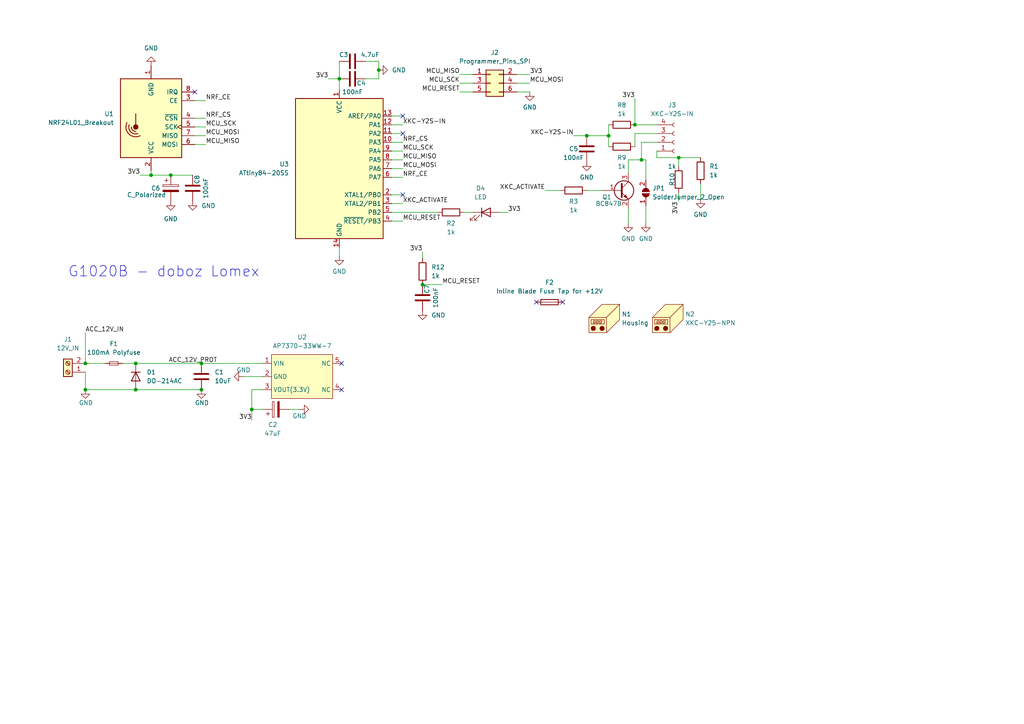
<source format=kicad_sch>
(kicad_sch (version 20211123) (generator eeschema)
  (paper "A4")
  (lib_symbols
    (symbol "Connector:Conn_01x04_Female" (pin_names (offset 1.016) hide)
      (property "Reference" "J" (at 0 5.08 0))
      (property "Value" "Conn_01x04_Female" (at 0 -7.62 0))
      (symbol "Conn_01x04_Female_1_1"
        (arc (start 0 -4.572) (mid -0.508 -5.08) (end 0 -5.588) (stroke (width 0.1524)))
        (arc (start 0 -2.032) (mid -0.508 -2.54) (end 0 -3.048) (stroke (width 0.1524)))
        (polyline (pts (xy -1.27 -5.08) (xy -0.508 -5.08)) (stroke (width 0.1524)))
        (polyline (pts (xy -1.27 -2.54) (xy -0.508 -2.54)) (stroke (width 0.1524)))
        (polyline (pts (xy -1.27 0) (xy -0.508 0)) (stroke (width 0.1524)))
        (polyline (pts (xy -1.27 2.54) (xy -0.508 2.54)) (stroke (width 0.1524)))
        (arc (start 0 0.508) (mid -0.508 0) (end 0 -0.508) (stroke (width 0.1524)))
        (arc (start 0 3.048) (mid -0.508 2.54) (end 0 2.032) (stroke (width 0.1524)))
        (pin passive line (at -5.08 2.54 0) (length 3.81) (name "Pin_1") (number "1"))
        (pin passive line (at -5.08 0 0) (length 3.81) (name "Pin_2") (number "2"))
        (pin passive line (at -5.08 -2.54 0) (length 3.81) (name "Pin_3") (number "3"))
        (pin passive line (at -5.08 -5.08 0) (length 3.81) (name "Pin_4") (number "4"))
      )
    )
    (symbol "Connector:Screw_Terminal_01x02" (pin_names (offset 1.016) hide)
      (property "Reference" "J" (at 0 2.54 0))
      (property "Value" "Screw_Terminal_01x02" (at 0 -5.08 0))
      (symbol "Screw_Terminal_01x02_1_1"
        (rectangle (start -1.27 1.27) (end 1.27 -3.81) (stroke (width 0.254)) (fill (type background)))
        (circle (center 0 -2.54) (radius 0.635) (stroke (width 0.1524)))
        (polyline (pts (xy -0.5334 -2.2098) (xy 0.3302 -3.048)) (stroke (width 0.1524)))
        (polyline (pts (xy -0.5334 0.3302) (xy 0.3302 -0.508)) (stroke (width 0.1524)))
        (polyline (pts (xy -0.3556 -2.032) (xy 0.508 -2.8702)) (stroke (width 0.1524)))
        (polyline (pts (xy -0.3556 0.508) (xy 0.508 -0.3302)) (stroke (width 0.1524)))
        (circle (center 0 0) (radius 0.635) (stroke (width 0.1524)))
        (pin passive line (at -5.08 0 0) (length 3.81) (name "Pin_1") (number "1"))
        (pin passive line (at -5.08 -2.54 0) (length 3.81) (name "Pin_2") (number "2"))
      )
    )
    (symbol "Connector_Generic:Conn_02x03_Odd_Even" (pin_names (offset 1.016) hide)
      (property "Reference" "J" (at 1.27 5.08 0))
      (property "Value" "Conn_02x03_Odd_Even" (at 1.27 -5.08 0))
      (symbol "Conn_02x03_Odd_Even_1_1"
        (rectangle (start -1.27 -2.413) (end 0 -2.667) (stroke (width 0.1524)))
        (rectangle (start -1.27 0.127) (end 0 -0.127) (stroke (width 0.1524)))
        (rectangle (start -1.27 2.667) (end 0 2.413) (stroke (width 0.1524)))
        (rectangle (start -1.27 3.81) (end 3.81 -3.81) (stroke (width 0.254)) (fill (type background)))
        (rectangle (start 3.81 -2.413) (end 2.54 -2.667) (stroke (width 0.1524)))
        (rectangle (start 3.81 0.127) (end 2.54 -0.127) (stroke (width 0.1524)))
        (rectangle (start 3.81 2.667) (end 2.54 2.413) (stroke (width 0.1524)))
        (pin passive line (at -5.08 2.54 0) (length 3.81) (name "Pin_1") (number "1"))
        (pin passive line (at 7.62 2.54 180) (length 3.81) (name "Pin_2") (number "2"))
        (pin passive line (at -5.08 0 0) (length 3.81) (name "Pin_3") (number "3"))
        (pin passive line (at 7.62 0 180) (length 3.81) (name "Pin_4") (number "4"))
        (pin passive line (at -5.08 -2.54 0) (length 3.81) (name "Pin_5") (number "5"))
        (pin passive line (at 7.62 -2.54 180) (length 3.81) (name "Pin_6") (number "6"))
      )
    )
    (symbol "Device:C" (pin_numbers hide) (pin_names (offset 0.254))
      (property "Reference" "C" (at 0.635 2.54 0))
      (property "Value" "C" (at 0.635 -2.54 0))
      (symbol "C_0_1"
        (polyline (pts (xy -2.032 -0.762) (xy 2.032 -0.762)) (stroke (width 0.508)))
        (polyline (pts (xy -2.032 0.762) (xy 2.032 0.762)) (stroke (width 0.508)))
      )
      (symbol "C_1_1"
        (pin passive line (at 0 3.81 270) (length 2.794) (name "~") (number "1"))
        (pin passive line (at 0 -3.81 90) (length 2.794) (name "~") (number "2"))
      )
    )
    (symbol "Device:C_Polarized" (pin_numbers hide) (pin_names (offset 0.254))
      (property "Reference" "C" (at 0.635 2.54 0))
      (property "Value" "C_Polarized" (at 0.635 -2.54 0))
      (symbol "C_Polarized_0_1"
        (rectangle (start -2.286 0.508) (end 2.286 1.016))
        (polyline (pts (xy -1.778 2.286) (xy -0.762 2.286)))
        (polyline (pts (xy -1.27 2.794) (xy -1.27 1.778)))
        (rectangle (start 2.286 -0.508) (end -2.286 -1.016) (fill (type outline)))
      )
      (symbol "C_Polarized_1_1"
        (pin passive line (at 0 3.81 270) (length 2.794) (name "~") (number "1"))
        (pin passive line (at 0 -3.81 90) (length 2.794) (name "~") (number "2"))
      )
    )
    (symbol "Device:D" (pin_numbers hide) (pin_names (offset 1.016) hide)
      (property "Reference" "D" (at 0 2.54 0))
      (property "Value" "D" (at 0 -2.54 0))
      (symbol "D_0_1"
        (polyline (pts (xy -1.27 1.27) (xy -1.27 -1.27)) (stroke (width 0.254)))
        (polyline (pts (xy 1.27 0) (xy -1.27 0)))
        (polyline (pts (xy 1.27 1.27) (xy 1.27 -1.27) (xy -1.27 0) (xy 1.27 1.27)) (stroke (width 0.254)))
      )
      (symbol "D_1_1"
        (pin passive line (at -3.81 0 0) (length 2.54) (name "K") (number "1"))
        (pin passive line (at 3.81 0 180) (length 2.54) (name "A") (number "2"))
      )
    )
    (symbol "Device:Fuse" (pin_numbers hide) (pin_names (offset 0))
      (property "Reference" "F" (at 2.032 0 90))
      (property "Value" "Fuse" (at -1.905 0 90))
      (symbol "Fuse_0_1"
        (rectangle (start -0.762 -2.54) (end 0.762 2.54) (stroke (width 0.254)))
        (polyline (pts (xy 0 2.54) (xy 0 -2.54)))
      )
      (symbol "Fuse_1_1"
        (pin passive line (at 0 3.81 270) (length 1.27) (name "~") (number "1"))
        (pin passive line (at 0 -3.81 90) (length 1.27) (name "~") (number "2"))
      )
    )
    (symbol "Device:Fuse_Small" (pin_numbers hide) (pin_names (offset 0.254) hide)
      (property "Reference" "F" (at 0 -1.524 0))
      (property "Value" "Fuse_Small" (at 0 1.524 0))
      (symbol "Fuse_Small_0_1"
        (rectangle (start -1.27 0.508) (end 1.27 -0.508))
        (polyline (pts (xy -1.27 0) (xy 1.27 0)))
      )
      (symbol "Fuse_Small_1_1"
        (pin passive line (at -2.54 0 0) (length 1.27) (name "~") (number "1"))
        (pin passive line (at 2.54 0 180) (length 1.27) (name "~") (number "2"))
      )
    )
    (symbol "Device:LED" (pin_numbers hide) (pin_names (offset 1.016) hide)
      (property "Reference" "D" (at 0 2.54 0))
      (property "Value" "LED" (at 0 -2.54 0))
      (symbol "LED_0_1"
        (polyline (pts (xy -1.27 -1.27) (xy -1.27 1.27)) (stroke (width 0.254)))
        (polyline (pts (xy -1.27 0) (xy 1.27 0)))
        (polyline (pts (xy 1.27 -1.27) (xy 1.27 1.27) (xy -1.27 0) (xy 1.27 -1.27)) (stroke (width 0.254)))
        (polyline (pts (xy -3.048 -0.762) (xy -4.572 -2.286) (xy -3.81 -2.286) (xy -4.572 -2.286) (xy -4.572 -1.524)))
        (polyline (pts (xy -1.778 -0.762) (xy -3.302 -2.286) (xy -2.54 -2.286) (xy -3.302 -2.286) (xy -3.302 -1.524)))
      )
      (symbol "LED_1_1"
        (pin passive line (at -3.81 0 0) (length 2.54) (name "K") (number "1"))
        (pin passive line (at 3.81 0 180) (length 2.54) (name "A") (number "2"))
      )
    )
    (symbol "Device:Q_NPN_BEC" (pin_names (offset 0) hide)
      (property "Reference" "Q" (at 5.08 1.27 0))
      (property "Value" "Q_NPN_BEC" (at 5.08 -1.27 0))
      (symbol "Q_NPN_BEC_0_1"
        (polyline (pts (xy 0.635 0.635) (xy 2.54 2.54)))
        (polyline (pts (xy 0.635 -0.635) (xy 2.54 -2.54) (xy 2.54 -2.54)))
        (polyline (pts (xy 0.635 1.905) (xy 0.635 -1.905) (xy 0.635 -1.905)) (stroke (width 0.508)))
        (polyline (pts (xy 1.27 -1.778) (xy 1.778 -1.27) (xy 2.286 -2.286) (xy 1.27 -1.778) (xy 1.27 -1.778)) (fill (type outline)))
        (circle (center 1.27 0) (radius 2.8194) (stroke (width 0.254)))
      )
      (symbol "Q_NPN_BEC_1_1"
        (pin input line (at -5.08 0 0) (length 5.715) (name "B") (number "1"))
        (pin passive line (at 2.54 -5.08 90) (length 2.54) (name "E") (number "2"))
        (pin passive line (at 2.54 5.08 270) (length 2.54) (name "C") (number "3"))
      )
    )
    (symbol "Device:R" (pin_numbers hide) (pin_names (offset 0))
      (property "Reference" "R" (at 2.032 0 90))
      (property "Value" "R" (at 0 0 90))
      (symbol "R_0_1"
        (rectangle (start -1.016 -2.54) (end 1.016 2.54) (stroke (width 0.254)))
      )
      (symbol "R_1_1"
        (pin passive line (at 0 3.81 270) (length 1.27) (name "~") (number "1"))
        (pin passive line (at 0 -3.81 90) (length 1.27) (name "~") (number "2"))
      )
    )
    (symbol "Jumper:SolderJumper_2_Open" (pin_names (offset 0) hide)
      (property "Reference" "JP" (at 0 2.032 0))
      (property "Value" "SolderJumper_2_Open" (at 0 -2.54 0))
      (symbol "SolderJumper_2_Open_0_1"
        (arc (start -0.254 1.016) (mid -1.27 0) (end -0.254 -1.016))
        (arc (start -0.254 1.016) (mid -1.27 0) (end -0.254 -1.016) (fill (type outline)))
        (polyline (pts (xy -0.254 1.016) (xy -0.254 -1.016)))
        (polyline (pts (xy 0.254 1.016) (xy 0.254 -1.016)))
        (arc (start 0.254 -1.016) (mid 1.27 0) (end 0.254 1.016))
        (arc (start 0.254 -1.016) (mid 1.27 0) (end 0.254 1.016) (fill (type outline)))
      )
      (symbol "SolderJumper_2_Open_1_1"
        (pin passive line (at -3.81 0 0) (length 2.54) (name "A") (number "1"))
        (pin passive line (at 3.81 0 180) (length 2.54) (name "B") (number "2"))
      )
    )
    (symbol "MCU_Microchip_ATtiny:ATtiny84-20SS"
      (property "Reference" "U" (at -12.7 21.59 0))
      (property "Value" "ATtiny84-20SS" (at 2.54 -21.59 0))
      (symbol "ATtiny84-20SS_0_1"
        (rectangle (start -12.7 -20.32) (end 12.7 20.32) (stroke (width 0.254)) (fill (type background)))
      )
      (symbol "ATtiny84-20SS_1_1"
        (pin power_in line (at 0 22.86 270) (length 2.54) (name "VCC") (number "1"))
        (pin bidirectional line (at 15.24 7.62 180) (length 2.54) (name "PA3") (number "10"))
        (pin bidirectional line (at 15.24 10.16 180) (length 2.54) (name "PA2") (number "11"))
        (pin bidirectional line (at 15.24 12.7 180) (length 2.54) (name "PA1") (number "12"))
        (pin bidirectional line (at 15.24 15.24 180) (length 2.54) (name "AREF/PA0") (number "13"))
        (pin power_in line (at 0 -22.86 90) (length 2.54) (name "GND") (number "14"))
        (pin bidirectional line (at 15.24 -7.62 180) (length 2.54) (name "XTAL1/PB0") (number "2"))
        (pin bidirectional line (at 15.24 -10.16 180) (length 2.54) (name "XTAL2/PB1") (number "3"))
        (pin bidirectional line (at 15.24 -15.24 180) (length 2.54) (name "~{RESET}/PB3") (number "4"))
        (pin bidirectional line (at 15.24 -12.7 180) (length 2.54) (name "PB2") (number "5"))
        (pin bidirectional line (at 15.24 -2.54 180) (length 2.54) (name "PA7") (number "6"))
        (pin bidirectional line (at 15.24 0 180) (length 2.54) (name "PA6") (number "7"))
        (pin bidirectional line (at 15.24 2.54 180) (length 2.54) (name "PA5") (number "8"))
        (pin bidirectional line (at 15.24 5.08 180) (length 2.54) (name "PA4") (number "9"))
      )
    )
    (symbol "Mechanical:Housing" (pin_names (offset 1.016))
      (property "Reference" "N" (at 3.81 0 0))
      (property "Value" "Housing" (at 3.81 -1.905 0))
      (symbol "Housing_0_1"
        (rectangle (start -5.08 -0.635) (end -1.27 -1.905))
        (circle (center -4.445 -3.175) (radius 0.635) (fill (type outline)))
        (circle (center -1.905 -3.175) (radius 0.635) (fill (type outline)))
        (polyline (pts (xy -4.5212 -1.5748) (xy -4.4704 -1.3716)))
        (polyline (pts (xy -4.4196 -1.6764) (xy -4.064 -1.6764)))
        (polyline (pts (xy -4.4196 -1.2192) (xy -4.3688 -0.9652)))
        (polyline (pts (xy -4.318 -1.3208) (xy -4.0132 -1.3208)))
        (polyline (pts (xy -4.2164 -0.9144) (xy -3.9116 -0.9144)))
        (polyline (pts (xy -3.9116 -1.6256) (xy -3.8608 -1.3716)))
        (polyline (pts (xy -3.81 -1.2192) (xy -3.7592 -0.9652)))
        (polyline (pts (xy -3.6068 -1.5748) (xy -3.556 -1.3716)))
        (polyline (pts (xy -3.5052 -1.6764) (xy -3.1496 -1.6764)))
        (polyline (pts (xy -3.5052 -1.2192) (xy -3.4544 -0.9652)))
        (polyline (pts (xy -3.4036 -1.3208) (xy -3.0988 -1.3208)))
        (polyline (pts (xy -3.302 -0.9144) (xy -2.9972 -0.9144)))
        (polyline (pts (xy -2.9972 -1.6256) (xy -2.9464 -1.3716)))
        (polyline (pts (xy -2.8956 -1.2192) (xy -2.8448 -0.9652)))
        (polyline (pts (xy -2.6924 -1.5748) (xy -2.6416 -1.3716)))
        (polyline (pts (xy -2.5908 -1.6764) (xy -2.2352 -1.6764)))
        (polyline (pts (xy -2.5908 -1.2192) (xy -2.54 -0.9652)))
        (polyline (pts (xy -2.4892 -1.3208) (xy -2.1844 -1.3208)))
        (polyline (pts (xy -2.3876 -0.9144) (xy -2.0828 -0.9144)))
        (polyline (pts (xy -2.0828 -1.6256) (xy -2.032 -1.3716)))
        (polyline (pts (xy -1.9812 -1.2192) (xy -1.9304 -0.9652)))
        (polyline (pts (xy -0.635 0) (xy -0.635 -4.445)))
        (polyline (pts (xy -5.715 0) (xy -0.635 0) (xy 3.175 3.81)))
        (polyline (pts (xy -5.715 0) (xy -5.715 -4.445) (xy -0.635 -4.445) (xy 3.175 -0.635) (xy 3.175 3.81) (xy -1.905 3.81) (xy -5.715 0)) (fill (type background)))
      )
    )
    (symbol "RF:NRF24L01_Breakout" (pin_names (offset 1.016))
      (property "Reference" "U" (at -8.89 12.7 0))
      (property "Value" "NRF24L01_Breakout" (at 3.81 12.7 0))
      (symbol "NRF24L01_Breakout_0_1"
        (rectangle (start -8.89 11.43) (end 8.89 -11.43) (stroke (width 0.254)) (fill (type background)))
        (polyline (pts (xy 4.445 1.905) (xy 4.445 -1.27)) (stroke (width 0.254)))
        (circle (center 4.445 2.54) (radius 0.635) (stroke (width 0.254)) (fill (type outline)))
        (arc (start 5.715 2.54) (mid 5.3559 3.4509) (end 4.445 3.81) (stroke (width 0.254)))
        (arc (start 6.35 1.905) (mid 5.8833 3.9783) (end 3.81 4.445) (stroke (width 0.254)))
        (arc (start 6.985 1.27) (mid 6.453 4.548) (end 3.175 5.08) (stroke (width 0.254)))
      )
      (symbol "NRF24L01_Breakout_1_1"
        (pin power_in line (at 0 -15.24 90) (length 3.81) (name "GND") (number "1"))
        (pin power_in line (at 0 15.24 270) (length 3.81) (name "VCC") (number "2"))
        (pin input line (at -12.7 -5.08 0) (length 3.81) (name "CE") (number "3"))
        (pin input line (at -12.7 0 0) (length 3.81) (name "~{CSN}") (number "4"))
        (pin input clock (at -12.7 2.54 0) (length 3.81) (name "SCK") (number "5"))
        (pin input line (at -12.7 7.62 0) (length 3.81) (name "MOSI") (number "6"))
        (pin output line (at -12.7 5.08 0) (length 3.81) (name "MISO") (number "7"))
        (pin output line (at -12.7 -7.62 0) (length 3.81) (name "IRQ") (number "8"))
      )
    )
    (symbol "mylib6:AP7370-33WW-7"
      (property "Reference" "U?" (at 0 11.43 0))
      (property "Value" "AP7370-33WW-7" (at 0 8.89 0))
      (symbol "AP7370-33WW-7_0_1"
        (rectangle (start -8.89 6.35) (end 8.89 -6.35) (fill (type background)))
      )
      (symbol "AP7370-33WW-7_1_1"
        (pin input line (at -11.43 3.81 0) (length 2.54) (name "VIN") (number "1"))
        (pin input line (at -11.43 0 0) (length 2.54) (name "GND") (number "2"))
        (pin output line (at -11.43 -3.81 0) (length 2.54) (name "VOUT(3.3V)") (number "3"))
        (pin input line (at 11.43 -3.81 180) (length 2.54) (name "NC") (number "4"))
        (pin input line (at 11.43 3.81 180) (length 2.54) (name "NC") (number "5"))
      )
    )
    (symbol "power:GND" (power) (pin_names (offset 0))
      (property "Value" "GND" (at 0 -3.81 0))
      (symbol "GND_0_1"
        (polyline (pts (xy 0 0) (xy 0 -1.27) (xy 1.27 -1.27) (xy 0 -2.54) (xy -1.27 -1.27) (xy 0 -1.27)))
      )
      (symbol "GND_1_1"
        (pin power_in line (at 0 0 270) (length 0) hide (name "GND") (number "1"))
      )
    )
  )
  (junction (at 186.055 46.355))
  (junction (at 109.855 20.32))
  (junction (at 24.765 105.41))
  (junction (at 39.37 113.03))
  (junction (at 58.42 113.03))
  (junction (at 196.85 45.72))
  (junction (at 43.815 50.8))
  (junction (at 24.765 113.03))
  (junction (at 184.15 36.195))
  (junction (at 58.42 105.41))
  (junction (at 170.18 39.37))
  (junction (at 49.53 50.8))
  (junction (at 176.53 39.37))
  (junction (at 122.555 82.55))
  (junction (at 73.025 118.745))
  (junction (at 39.37 105.41))
  (junction (at 98.425 22.86))
  (no_connect (at 116.84 56.515))
  (no_connect (at 56.515 26.67))
  (no_connect (at 116.84 38.735))
  (no_connect (at 155.575 87.63))
  (no_connect (at 163.195 87.63))
  (no_connect (at 116.84 33.655))
  (no_connect (at 99.06 113.03))
  (no_connect (at 99.06 105.41))
  (wire (pts (xy 56.515 29.21) (xy 59.69 29.21)))
  (wire (pts (xy 106.045 22.86) (xy 109.855 22.86)))
  (wire (pts (xy 113.665 41.275) (xy 116.84 41.275)))
  (wire (pts (xy 83.82 118.745) (xy 86.995 118.745)))
  (wire (pts (xy 190.5 41.275) (xy 186.055 41.275)))
  (wire (pts (xy 24.765 113.03) (xy 39.37 113.03)))
  (wire (pts (xy 24.765 96.52) (xy 24.765 105.41)))
  (wire (pts (xy 109.855 22.86) (xy 109.855 20.32)))
  (wire (pts (xy 170.18 39.37) (xy 176.53 39.37)))
  (wire (pts (xy 109.855 17.78) (xy 106.045 17.78)))
  (wire (pts (xy 196.85 55.88) (xy 196.85 58.42)))
  (wire (pts (xy 95.25 22.86) (xy 98.425 22.86)))
  (wire (pts (xy 149.86 26.67) (xy 153.67 26.67)))
  (wire (pts (xy 144.78 61.595) (xy 147.32 61.595)))
  (wire (pts (xy 73.025 118.745) (xy 73.025 121.92)))
  (wire (pts (xy 56.515 39.37) (xy 59.69 39.37)))
  (wire (pts (xy 186.055 46.355) (xy 186.055 41.275)))
  (wire (pts (xy 113.665 38.735) (xy 116.84 38.735)))
  (wire (pts (xy 43.815 50.8) (xy 40.64 50.8)))
  (wire (pts (xy 196.85 48.26) (xy 196.85 45.72)))
  (wire (pts (xy 190.5 38.735) (xy 184.15 38.735)))
  (wire (pts (xy 73.025 113.03) (xy 73.025 118.745)))
  (wire (pts (xy 149.86 21.59) (xy 153.67 21.59)))
  (wire (pts (xy 184.15 36.195) (xy 190.5 36.195)))
  (wire (pts (xy 24.765 107.95) (xy 24.765 113.03)))
  (wire (pts (xy 24.765 105.41) (xy 30.48 105.41)))
  (wire (pts (xy 113.665 56.515) (xy 116.84 56.515)))
  (wire (pts (xy 43.815 50.8) (xy 49.53 50.8)))
  (wire (pts (xy 149.86 24.13) (xy 153.67 24.13)))
  (wire (pts (xy 113.665 51.435) (xy 116.84 51.435)))
  (wire (pts (xy 113.665 46.355) (xy 116.84 46.355)))
  (wire (pts (xy 187.325 46.355) (xy 186.055 46.355)))
  (wire (pts (xy 176.53 39.37) (xy 176.53 42.545)))
  (wire (pts (xy 203.2 53.34) (xy 203.2 57.785)))
  (wire (pts (xy 113.665 48.895) (xy 116.84 48.895)))
  (wire (pts (xy 184.15 28.575) (xy 184.15 36.195)))
  (wire (pts (xy 59.69 36.83) (xy 56.515 36.83)))
  (wire (pts (xy 113.665 61.595) (xy 127 61.595)))
  (wire (pts (xy 39.37 105.41) (xy 58.42 105.41)))
  (wire (pts (xy 98.425 71.755) (xy 98.425 74.295)))
  (wire (pts (xy 70.485 109.22) (xy 76.2 109.22)))
  (wire (pts (xy 133.35 26.67) (xy 137.16 26.67)))
  (wire (pts (xy 98.425 22.86) (xy 98.425 26.035)))
  (wire (pts (xy 116.84 33.655) (xy 113.665 33.655)))
  (wire (pts (xy 113.665 64.135) (xy 116.84 64.135)))
  (wire (pts (xy 182.245 46.355) (xy 182.245 50.165)))
  (wire (pts (xy 196.85 45.72) (xy 203.2 45.72)))
  (wire (pts (xy 182.245 60.325) (xy 182.245 64.77)))
  (wire (pts (xy 122.555 73.025) (xy 122.555 74.93)))
  (wire (pts (xy 43.815 49.53) (xy 43.815 50.8)))
  (wire (pts (xy 133.35 24.13) (xy 137.16 24.13)))
  (wire (pts (xy 56.515 41.91) (xy 59.69 41.91)))
  (wire (pts (xy 35.56 105.41) (xy 39.37 105.41)))
  (wire (pts (xy 113.665 36.195) (xy 116.84 36.195)))
  (wire (pts (xy 58.42 105.41) (xy 76.2 105.41)))
  (wire (pts (xy 113.665 59.055) (xy 116.84 59.055)))
  (wire (pts (xy 39.37 113.03) (xy 58.42 113.03)))
  (wire (pts (xy 176.53 36.195) (xy 176.53 39.37)))
  (wire (pts (xy 59.69 34.29) (xy 56.515 34.29)))
  (wire (pts (xy 73.025 118.745) (xy 76.2 118.745)))
  (wire (pts (xy 182.245 46.355) (xy 186.055 46.355)))
  (wire (pts (xy 76.2 113.03) (xy 73.025 113.03)))
  (wire (pts (xy 113.665 43.815) (xy 116.84 43.815)))
  (wire (pts (xy 170.18 55.245) (xy 174.625 55.245)))
  (wire (pts (xy 49.53 50.8) (xy 55.88 50.8)))
  (wire (pts (xy 158.115 55.245) (xy 162.56 55.245)))
  (wire (pts (xy 109.855 20.32) (xy 109.855 17.78)))
  (wire (pts (xy 134.62 61.595) (xy 137.16 61.595)))
  (wire (pts (xy 187.325 59.69) (xy 187.325 64.77)))
  (wire (pts (xy 190.5 43.815) (xy 190.5 45.72)))
  (wire (pts (xy 187.325 52.07) (xy 187.325 46.355)))
  (wire (pts (xy 122.555 82.55) (xy 128.27 82.55)))
  (wire (pts (xy 196.85 45.72) (xy 190.5 45.72)))
  (wire (pts (xy 98.425 17.78) (xy 98.425 22.86)))
  (wire (pts (xy 166.37 39.37) (xy 170.18 39.37)))
  (wire (pts (xy 184.15 38.735) (xy 184.15 42.545)))
  (wire (pts (xy 133.35 21.59) (xy 137.16 21.59)))
  (text "G1020B - doboz Lomex\n" (at 19.685 80.645 0) (effects (font (size 3 3)) (justify left bottom)))
  (label "MCU_RESET" (at 133.35 26.67 180))
  (label "XKC-Y2S-IN" (at 116.84 36.195 0))
  (label "MCU_MISO" (at 59.69 41.91 0))
  (label "ACC_12V_IN" (at 24.765 96.52 0))
  (label "3V3" (at 196.85 58.42 270))
  (label "XKC_ACTIVATE" (at 116.84 59.055 0))
  (label "3V3" (at 122.555 73.025 180))
  (label "MCU_SCK" (at 59.69 36.83 0))
  (label "NRF_CS" (at 59.69 34.29 0))
  (label "3V3" (at 73.025 121.92 180))
  (label "3V3" (at 184.15 28.575 180))
  (label "MCU_RESET" (at 116.84 64.135 0))
  (label "NRF_CE" (at 59.69 29.21 0))
  (label "XKC-Y2S-IN" (at 166.37 39.37 180))
  (label "MCU_MISO" (at 133.35 21.59 180))
  (label "MCU_MOSI" (at 59.69 39.37 0))
  (label "NRF_CE" (at 116.84 51.435 0))
  (label "MCU_MOSI" (at 153.67 24.13 0))
  (label "MCU_SCK" (at 116.84 43.815 0))
  (label "MCU_MISO" (at 116.84 46.355 0))
  (label "3V3" (at 95.25 22.86 180))
  (label "ACC_12V_PROT" (at 48.895 105.41 0))
  (label "3V3" (at 40.64 50.8 180))
  (label "NRF_CS" (at 116.84 41.275 0))
  (label "3V3" (at 153.67 21.59 0))
  (label "XKC_ACTIVATE" (at 158.115 55.245 180))
  (label "MCU_RESET" (at 128.27 82.55 0))
  (label "MCU_MOSI" (at 116.84 48.895 0))
  (label "3V3" (at 147.32 61.595 0))
  (label "MCU_SCK" (at 133.35 24.13 180))
  (symbol (lib_id "Device:Fuse_Small") (at 33.02 105.41 180) (unit 1)
    (property "Reference" "F1" (at 33.02 99.695 0))
    (property "Value" "100mA Polyfuse" (at 33.02 102.235 0))
    (property "Footprint" "Fuse:Fuse_1210_3225Metric_Pad1.42x2.65mm_HandSolder" (effects hide))
    (property "LOMEX" "44-02-22" (effects hide))
  )
  (symbol (lib_id "power:GND") (at 24.765 113.03 0) (unit 1)
    (property "Reference" "#PWR0103" (effects hide))
    (property "Value" "GND" (at 22.86 116.84 0) (effects (justify left)))
  )
  (symbol (lib_id "Device:C") (at 58.42 109.22 0) (unit 1)
    (property "Reference" "C1" (at 62.23 107.9499 0) (effects (justify left)))
    (property "Value" "10uF" (at 62.23 110.4899 0) (effects (justify left)))
    (property "Footprint" "Capacitor_SMD:C_1210_3225Metric" (effects hide))
    (property "LOMEX" "82-08-34" (effects hide))
  )
  (symbol (lib_id "power:GND") (at 122.555 90.17 0) (unit 1)
    (property "Reference" "#PWR02" (effects hide))
    (property "Value" "GND" (at 125.095 91.4399 0) (effects (justify left)))
  )
  (symbol (lib_id "Device:C") (at 102.235 22.86 90) (unit 1)
    (property "Reference" "C4" (at 104.775 24.13 90))
    (property "Value" "100nF" (at 102.235 26.67 90))
    (property "Footprint" "Capacitor_SMD:C_0603_1608Metric" (effects hide))
    (property "LOMEX" "82-13-28" (effects hide))
  )
  (symbol (lib_id "power:GND") (at 153.67 26.67 0) (unit 1)
    (property "Reference" "#PWR0112" (effects hide))
    (property "Value" "GND" (at 153.67 31.115 0))
  )
  (symbol (lib_id "Device:R") (at 180.34 42.545 270) (unit 1)
    (property "Reference" "R9" (at 180.34 45.72 90))
    (property "Value" "1k" (at 180.34 48.26 90))
    (property "Footprint" "Resistor_SMD:R_0805_2012Metric" (effects hide))
    (property "LOMEX" "81-10-87" (effects hide))
  )
  (symbol (lib_id "mylib6:AP7370-33WW-7") (at 87.63 109.22 0) (unit 1)
    (property "Reference" "U2" (at 87.63 97.79 0))
    (property "Value" "AP7370-33WW-7" (at 87.63 100.33 0))
    (property "Footprint" "Package_TO_SOT_SMD:SOT-23-5" (effects hide))
    (property "Datasheet" "https://hu.mouser.com/datasheet/2/115/DIOD_S_A0008363840_1-2543081.pdf" (effects hide))
    (property "Mouser" "621-AP7370-33WW-7" (effects hide))
    (property "Farnell" "3942481" (effects hide))
  )
  (symbol (lib_id "Device:R") (at 130.81 61.595 270) (unit 1)
    (property "Reference" "R2" (at 130.81 64.77 90))
    (property "Value" "1k" (at 130.81 67.31 90))
    (property "Footprint" "Resistor_SMD:R_0805_2012Metric" (effects hide))
    (property "LOMEX" "81-10-87" (effects hide))
  )
  (symbol (lib_id "Device:R") (at 196.85 52.07 180) (unit 1)
    (property "Reference" "R10" (at 194.945 53.975 90) (effects (justify right)))
    (property "Value" "1k" (at 193.675 48.26 0) (effects (justify right)))
    (property "Footprint" "Resistor_SMD:R_0805_2012Metric" (effects hide))
    (property "LOMEX" "81-10-87" (effects hide))
  )
  (symbol (lib_id "power:GND") (at 203.2 57.785 0) (unit 1)
    (property "Reference" "#PWR01" (effects hide))
    (property "Value" "GND" (at 203.2 62.23 0))
  )
  (symbol (lib_id "MCU_Microchip_ATtiny:ATtiny84-20SS") (at 98.425 48.895 0) (unit 1)
    (property "Reference" "U3" (at 83.82 47.6249 0) (effects (justify right)))
    (property "Value" "ATtiny84-20SS" (at 83.82 50.1649 0) (effects (justify right)))
    (property "Footprint" "Package_SO:SOIC-14_3.9x8.7mm_P1.27mm" (effects hide))
    (property "Datasheet" "http://ww1.microchip.com/downloads/en/DeviceDoc/doc8006.pdf" (effects hide))
    (property "Mouser" "556-ATTINY84-20SSUR" (effects hide))
    (property "Farnell" "1636955" (effects hide))
  )
  (symbol (lib_id "Mechanical:Housing") (at 176.53 92.075 0) (unit 1)
    (property "Reference" "N1" (at 180.34 91.1224 0) (effects (justify left)))
    (property "Value" "Housing" (at 180.34 93.6624 0) (effects (justify left)))
    (property "LOMEX" "47-04-36" (effects hide))
  )
  (symbol (lib_id "power:GND") (at 86.995 118.745 90) (unit 1)
    (property "Reference" "#PWR0104" (effects hide))
    (property "Value" "GND" (at 88.9 120.65 90) (effects (justify left)))
  )
  (symbol (lib_id "power:GND") (at 187.325 64.77 0) (unit 1)
    (property "Reference" "#PWR0110" (effects hide))
    (property "Value" "GND" (at 187.325 69.215 0))
  )
  (symbol (lib_id "Connector:Screw_Terminal_01x02") (at 19.685 107.95 180) (unit 1)
    (property "Reference" "J1" (at 19.685 98.425 0))
    (property "Value" "12V_IN" (at 19.685 100.965 0))
    (property "Footprint" "my_kicad:SORKAPOCS-3.5mm-2" (effects hide))
    (property "LOMEX" "43-22-45" (effects hide))
  )
  (symbol (lib_id "RF:NRF24L01_Breakout") (at 43.815 34.29 180) (unit 1)
    (property "Reference" "U1" (at 33.02 33.0199 0) (effects (justify left)))
    (property "Value" "NRF24L01_Breakout" (at 33.02 35.5599 0) (effects (justify left)))
    (property "Footprint" "mykicad_6:NRF24L01_SMD" (effects hide))
    (property "Datasheet" "http://www.nordicsemi.com/eng/content/download/2730/34105/file/nRF24L01_Product_Specification_v2_0.pdf" (effects hide))
    (property "hestore" "NRF-8PANT" (effects hide))
    (property "eBay" "https://www.ebay.com/itm/325447182764?var=514477351431" (effects hide))
  )
  (symbol (lib_id "power:GND") (at 43.815 19.05 180) (unit 1)
    (property "Reference" "#PWR0114" (effects hide))
    (property "Value" "GND" (at 43.815 13.97 0))
  )
  (symbol (lib_id "power:GND") (at 55.88 58.42 0) (unit 1)
    (property "Reference" "#PWR0105" (effects hide))
    (property "Value" "GND" (at 58.42 59.6899 0) (effects (justify left)))
  )
  (symbol (lib_id "Device:C") (at 170.18 43.18 180) (unit 1)
    (property "Reference" "C5" (at 166.37 43.18 0))
    (property "Value" "100nF" (at 166.37 45.72 0))
    (property "Footprint" "Capacitor_SMD:C_0603_1608Metric" (effects hide))
    (property "LOMEX" "82-13-28" (effects hide))
  )
  (symbol (lib_id "Connector_Generic:Conn_02x03_Odd_Even") (at 142.24 24.13 0) (unit 1)
    (property "Reference" "J2" (at 143.51 15.24 0))
    (property "Value" "Programmer_Pins_SPI" (at 143.51 17.78 0))
    (property "Footprint" "Connector_PinHeader_2.54mm:PinHeader_2x03_P2.54mm_Vertical" (effects hide))
    (property "LOMEX" "43-01-97" (effects hide))
  )
  (symbol (lib_id "power:GND") (at 182.245 64.77 0) (unit 1)
    (property "Reference" "#PWR0109" (effects hide))
    (property "Value" "GND" (at 182.245 69.215 0))
  )
  (symbol (lib_id "Device:C_Polarized") (at 49.53 54.61 0) (unit 1)
    (property "Reference" "C6" (at 43.815 54.61 0) (effects (justify left)))
    (property "Value" "C_Polarized" (at 36.83 56.515 0) (effects (justify left)))
    (property "Footprint" "Capacitor_SMD:CP_Elec_5x5.3" (effects hide))
    (property "LOMEX" "91-00-89" (effects hide))
  )
  (symbol (lib_id "Device:D") (at 39.37 109.22 270) (unit 1)
    (property "Reference" "D1" (at 42.545 107.9499 90) (effects (justify left)))
    (property "Value" "DO-214AC" (at 42.545 110.4899 90) (effects (justify left)))
    (property "Footprint" "Diode_SMD:D_SMA" (effects hide))
    (property "LOMEX" "83-01-85" (effects hide))
  )
  (symbol (lib_id "Connector:Conn_01x04_Female") (at 195.58 41.275 0) (mirror x) (unit 1)
    (property "Reference" "J3" (at 194.945 30.48 0))
    (property "Value" "XKC-Y2S-IN" (at 194.945 33.02 0))
    (property "Footprint" "Connector_Molex:Molex_SPOX_5267-04A_1x04_P2.50mm_Vertical" (effects hide))
    (property "LOMEX" "43-15-79" (effects hide))
    (property "HEStore" "XKC-Y25-NPN" (effects hide))
  )
  (symbol (lib_id "Device:R") (at 122.555 78.74 0) (unit 1)
    (property "Reference" "R12" (at 125.095 77.4699 0) (effects (justify left)))
    (property "Value" "1k" (at 125.095 80.0099 0) (effects (justify left)))
    (property "Footprint" "Resistor_SMD:R_0805_2012Metric" (effects hide))
    (property "LOMEX" "81-10-87" (effects hide))
  )
  (symbol (lib_id "power:GND") (at 70.485 109.22 270) (unit 1)
    (property "Reference" "#PWR0102" (effects hide))
    (property "Value" "GND" (at 68.58 107.315 90) (effects (justify left)))
  )
  (symbol (lib_id "Device:LED") (at 140.97 61.595 0) (unit 1)
    (property "Reference" "D4" (at 139.3825 54.61 0))
    (property "Value" "LED" (at 139.3825 57.15 0))
    (property "Footprint" "LED_SMD:LED_0603_1608Metric" (effects hide))
    (property "LOMEX" "95-03-78" (effects hide))
  )
  (symbol (lib_id "Device:C_Polarized") (at 80.01 118.745 90) (unit 1)
    (property "Reference" "C2" (at 79.121 123.19 90))
    (property "Value" "47uF" (at 79.121 125.73 90))
    (property "Footprint" "Capacitor_SMD:CP_Elec_6.3x5.4" (effects hide))
    (property "LOMEX" "91-00-88 " (effects hide))
  )
  (symbol (lib_id "power:GND") (at 58.42 113.03 0) (unit 1)
    (property "Reference" "#PWR0101" (effects hide))
    (property "Value" "GND" (at 56.515 116.84 0) (effects (justify left)))
  )
  (symbol (lib_id "Device:R") (at 203.2 49.53 180) (unit 1)
    (property "Reference" "R1" (at 205.74 48.2599 0) (effects (justify right)))
    (property "Value" "1k" (at 205.74 50.7999 0) (effects (justify right)))
    (property "Footprint" "Resistor_SMD:R_0805_2012Metric" (effects hide))
    (property "LOMEX" "81-10-87" (effects hide))
  )
  (symbol (lib_id "Device:Q_NPN_BEC") (at 179.705 55.245 0) (unit 1)
    (property "Reference" "Q1" (at 174.625 57.15 0) (effects (justify left)))
    (property "Value" "BC847B" (at 172.72 59.055 0) (effects (justify left)))
    (property "Footprint" "Package_TO_SOT_SMD:SOT-23" (effects hide))
    (property "LOMEX" "86-00-08" (effects hide))
  )
  (symbol (lib_id "power:GND") (at 109.855 20.32 90) (unit 1)
    (property "Reference" "#PWR0113" (effects hide))
    (property "Value" "GND" (at 113.665 20.3199 90) (effects (justify right)))
  )
  (symbol (lib_id "Device:C") (at 122.555 86.36 180) (unit 1)
    (property "Reference" "C7" (at 123.825 83.82 90))
    (property "Value" "100nF" (at 126.365 86.36 90))
    (property "Footprint" "Capacitor_SMD:C_0603_1608Metric" (effects hide))
    (property "LOMEX" "82-13-28" (effects hide))
  )
  (symbol (lib_id "power:GND") (at 98.425 74.295 0) (unit 1)
    (property "Reference" "#PWR0111" (effects hide))
    (property "Value" "GND" (at 98.425 78.74 0))
  )
  (symbol (lib_id "Device:Fuse") (at 159.385 87.63 90) (unit 1)
    (property "Reference" "F2" (at 159.385 81.915 90))
    (property "Value" "Inline Blade Fuse Tap for +12V" (at 159.385 84.455 90))
    (property "Farnell" "3227155" (effects hide))
  )
  (symbol (lib_id "Device:R") (at 166.37 55.245 270) (unit 1)
    (property "Reference" "R3" (at 166.37 58.42 90))
    (property "Value" "1k" (at 166.37 60.96 90))
    (property "Footprint" "Resistor_SMD:R_0805_2012Metric" (effects hide))
    (property "LOMEX" "81-10-87" (effects hide))
  )
  (symbol (lib_id "power:GND") (at 49.53 58.42 0) (unit 1)
    (property "Reference" "#PWR0117" (effects hide))
    (property "Value" "GND" (at 49.53 63.5 0))
  )
  (symbol (lib_id "Device:C") (at 55.88 54.61 180) (unit 1)
    (property "Reference" "C8" (at 57.15 52.07 90))
    (property "Value" "100nF" (at 59.69 54.61 90))
    (property "Footprint" "Capacitor_SMD:C_0603_1608Metric" (effects hide))
    (property "LOMEX" "82-13-28" (effects hide))
  )
  (symbol (lib_id "Device:R") (at 180.34 36.195 270) (unit 1)
    (property "Reference" "R8" (at 180.34 30.48 90))
    (property "Value" "1k" (at 180.34 33.02 90))
    (property "Footprint" "Resistor_SMD:R_0805_2012Metric" (effects hide))
    (property "LOMEX" "81-10-87" (effects hide))
  )
  (symbol (lib_id "Device:C") (at 102.235 17.78 90) (unit 1)
    (property "Reference" "C3" (at 99.695 15.875 90))
    (property "Value" "4.7uF" (at 107.315 15.875 90))
    (property "Footprint" "Capacitor_SMD:C_0805_2012Metric" (effects hide))
    (property "LOMEX" "82-12-96" (effects hide))
  )
  (symbol (lib_id "power:GND") (at 170.18 46.99 0) (unit 1)
    (property "Reference" "#PWR0116" (effects hide))
    (property "Value" "GND" (at 170.18 51.435 0))
  )
  (symbol (lib_id "Mechanical:Housing") (at 194.945 92.075 0) (unit 1)
    (property "Reference" "N2" (at 198.755 91.1224 0) (effects (justify left)))
    (property "Value" "XKC-Y25-NPN" (at 198.755 93.6624 0) (effects (justify left)))
    (property "HEStore" "XKC-Y25-NPN" (effects hide))
    (property "eBay" "https://www.ebay.com/itm/274645202398?hash=item3ff22135de:g:E-gAAOSwEURf~Zay&amdata=enc%3AAQAHAAAA4B%2FgOHsNVk9rK8tgg2hfBWuUs8hAkWkJgNg8FnAeHOkDRRaVs2mZFfr0nB%2BOlPV93kAKo57hye6krpk%2BWrzGbhYVlNfJtq%2BU6JGrPpcUvad%2FcYcdBv6EK%2FJvXyN6w7d2qfN9KaUfY9hh%2BuK0KhlYKEQNk%2ByCrIz5LceacL86c9kEekrpgmm1n%2BW71a1%2BLTMQkxGmdGbK5rcWZPnpB%2BLwEF0AfNmCyLRDDeerHN1Chp653kPJkAgZ0vRkbPtpMpWB8MW%2B%2BnJQl%2FnOKPLbctXDya93k5KV2icvQqt3QIrX1Aaz%7Ctkp%3ABFBMvurrk7Jh" (effects hide))
  )
  (symbol (lib_id "Jumper:SolderJumper_2_Open") (at 187.325 55.88 90) (unit 1)
    (property "Reference" "JP1" (at 189.23 54.6099 90) (effects (justify right)))
    (property "Value" "SolderJumper_2_Open" (at 189.23 57.1499 90) (effects (justify right)))
    (property "Footprint" "Jumper:SolderJumper-2_P1.3mm_Open_RoundedPad1.0x1.5mm" (effects hide))
  )
)
</source>
